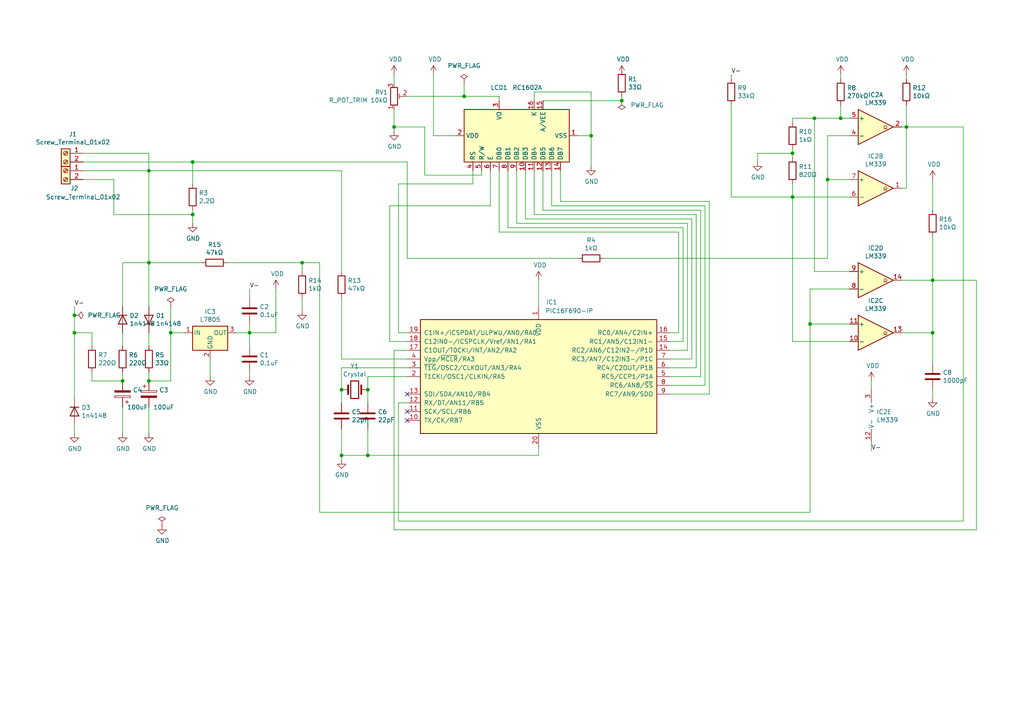
<source format=kicad_sch>
(kicad_sch (version 20211123) (generator eeschema)
  (paper "A4")
  (title_block (title "RailcomDisplay") (date "2020-11-22"))
  (lib_symbols
    (symbol "0-LocalLibrary:C" (pin_numbers hide) (pin_names (offset 0.254))
      (property "Reference" "C" (at 0.635 2.54 0))
      (property "Value" "C" (at 0.635 -2.54 0))
      (symbol "C_0_1"
        (polyline (pts (xy -2.032 -0.762) (xy 2.032 -0.762)) (stroke (width 0.508)))
        (polyline (pts (xy -2.032 0.762) (xy 2.032 0.762)) (stroke (width 0.508)))
      )
      (symbol "C_1_1"
        (pin passive line (at 0 3.81 270) (length 2.794) (name "~") (number "1"))
        (pin passive line (at 0 -3.81 90) (length 2.794) (name "~") (number "2"))
      )
    )
    (symbol "0-LocalLibrary:C_Polarized" (pin_numbers hide) (pin_names (offset 0.254))
      (property "Reference" "C" (at 0.635 2.54 0))
      (property "Value" "C_Polarized" (at 0.635 -2.54 0))
      (symbol "C_Polarized_0_1"
        (rectangle (start -2.286 0.508) (end 2.286 1.016))
        (polyline (pts (xy -1.778 2.286) (xy -0.762 2.286)))
        (polyline (pts (xy -1.27 2.794) (xy -1.27 1.778)))
        (rectangle (start 2.286 -0.508) (end -2.286 -1.016) (fill (type outline)))
      )
      (symbol "C_Polarized_1_1"
        (pin passive line (at 0 3.81 270) (length 2.794) (name "~") (number "1"))
        (pin passive line (at 0 -3.81 90) (length 2.794) (name "~") (number "2"))
      )
    )
    (symbol "0-LocalLibrary:Crystal" (pin_numbers hide) (pin_names (offset 1.016) hide)
      (property "Reference" "Y" (at 0 3.81 0))
      (property "Value" "Crystal" (at 0 -3.81 0))
      (symbol "Crystal_0_1"
        (rectangle (start -1.143 2.54) (end 1.143 -2.54) (stroke (width 0.3048)))
        (polyline (pts (xy -2.54 0) (xy -1.905 0)))
        (polyline (pts (xy -1.905 -1.27) (xy -1.905 1.27)) (stroke (width 0.508)))
        (polyline (pts (xy 1.905 -1.27) (xy 1.905 1.27)) (stroke (width 0.508)))
        (polyline (pts (xy 2.54 0) (xy 1.905 0)))
      )
      (symbol "Crystal_1_1"
        (pin passive line (at -3.81 0 0) (length 1.27) (name "1") (number "1"))
        (pin passive line (at 3.81 0 180) (length 1.27) (name "2") (number "2"))
      )
    )
    (symbol "0-LocalLibrary:D" (pin_numbers hide) (pin_names (offset 1.016) hide)
      (property "Reference" "D" (at 0 2.54 0))
      (property "Value" "D" (at 0 -2.54 0))
      (symbol "D_0_1"
        (polyline (pts (xy -1.27 1.27) (xy -1.27 -1.27)) (stroke (width 0.254)))
        (polyline (pts (xy 1.27 0) (xy -1.27 0)))
        (polyline (pts (xy 1.27 1.27) (xy 1.27 -1.27) (xy -1.27 0) (xy 1.27 1.27)) (stroke (width 0.254)))
      )
      (symbol "D_1_1"
        (pin passive line (at -3.81 0 0) (length 2.54) (name "K") (number "1"))
        (pin passive line (at 3.81 0 180) (length 2.54) (name "A") (number "2"))
      )
    )
    (symbol "0-LocalLibrary:GND" (power) (pin_names (offset 0))
      (property "Value" "GND" (at 0 -3.81 0))
      (symbol "GND_0_1"
        (polyline (pts (xy 0 0) (xy 0 -1.27) (xy 1.27 -1.27) (xy 0 -2.54) (xy -1.27 -1.27) (xy 0 -1.27)))
      )
      (symbol "GND_1_1"
        (pin power_in line (at 0 0 270) (length 0) hide (name "GND") (number "1"))
      )
    )
    (symbol "0-LocalLibrary:L7805" (pin_names (offset 0.254))
      (property "Reference" "U" (at -3.81 3.175 0))
      (property "Value" "L7805" (at 0 3.175 0))
      (symbol "L7805_0_1"
        (rectangle (start -5.08 1.905) (end 5.08 -5.08) (stroke (width 0.254)) (fill (type background)))
      )
      (symbol "L7805_1_1"
        (pin power_in line (at -7.62 0 0) (length 2.54) (name "IN") (number "1"))
        (pin power_in line (at 0 -7.62 90) (length 2.54) (name "GND") (number "2"))
        (pin power_out line (at 7.62 0 180) (length 2.54) (name "OUT") (number "3"))
      )
    )
    (symbol "0-LocalLibrary:LM339" (pin_names (offset 0.127))
      (property "Reference" "U" (at 0 5.08 0))
      (property "Value" "LM339" (at 0 -5.08 0))
      (symbol "LM339_1_1"
        (polyline (pts (xy -5.08 5.08) (xy 5.08 0) (xy -5.08 -5.08) (xy -5.08 5.08)) (stroke (width 0.254)) (fill (type background)))
        (polyline (pts (xy 3.302 -0.508) (xy 2.794 -0.508) (xy 3.302 0) (xy 2.794 0.508) (xy 2.286 0) (xy 2.794 -0.508) (xy 2.286 -0.508)) (stroke (width 0.127)))
        (pin open_collector line (at 7.62 0 180) (length 2.54) (name "~") (number "2"))
        (pin input line (at -7.62 -2.54 0) (length 2.54) (name "-") (number "4"))
        (pin input line (at -7.62 2.54 0) (length 2.54) (name "+") (number "5"))
      )
      (symbol "LM339_2_1"
        (polyline (pts (xy -5.08 5.08) (xy 5.08 0) (xy -5.08 -5.08) (xy -5.08 5.08)) (stroke (width 0.254)) (fill (type background)))
        (polyline (pts (xy 3.302 -0.508) (xy 2.794 -0.508) (xy 3.302 0) (xy 2.794 0.508) (xy 2.286 0) (xy 2.794 -0.508) (xy 2.286 -0.508)) (stroke (width 0.127)))
        (pin open_collector line (at 7.62 0 180) (length 2.54) (name "~") (number "1"))
        (pin input line (at -7.62 -2.54 0) (length 2.54) (name "-") (number "6"))
        (pin input line (at -7.62 2.54 0) (length 2.54) (name "+") (number "7"))
      )
      (symbol "LM339_3_1"
        (polyline (pts (xy -5.08 5.08) (xy 5.08 0) (xy -5.08 -5.08) (xy -5.08 5.08)) (stroke (width 0.254)) (fill (type background)))
        (polyline (pts (xy 3.302 -0.508) (xy 2.794 -0.508) (xy 3.302 0) (xy 2.794 0.508) (xy 2.286 0) (xy 2.794 -0.508) (xy 2.286 -0.508)) (stroke (width 0.127)))
        (pin input line (at -7.62 -2.54 0) (length 2.54) (name "-") (number "10"))
        (pin input line (at -7.62 2.54 0) (length 2.54) (name "+") (number "11"))
        (pin open_collector line (at 7.62 0 180) (length 2.54) (name "~") (number "13"))
      )
      (symbol "LM339_4_1"
        (polyline (pts (xy -5.08 5.08) (xy 5.08 0) (xy -5.08 -5.08) (xy -5.08 5.08)) (stroke (width 0.254)) (fill (type background)))
        (polyline (pts (xy 3.302 -0.508) (xy 2.794 -0.508) (xy 3.302 0) (xy 2.794 0.508) (xy 2.286 0) (xy 2.794 -0.508) (xy 2.286 -0.508)) (stroke (width 0.127)))
        (pin open_collector line (at 7.62 0 180) (length 2.54) (name "~") (number "14"))
        (pin input line (at -7.62 -2.54 0) (length 2.54) (name "-") (number "8"))
        (pin input line (at -7.62 2.54 0) (length 2.54) (name "+") (number "9"))
      )
      (symbol "LM339_5_1"
        (pin power_in line (at -2.54 -7.62 90) (length 3.81) (name "V-") (number "12"))
        (pin power_in line (at -2.54 7.62 270) (length 3.81) (name "V+") (number "3"))
      )
    )
    (symbol "0-LocalLibrary:PIC16F690-IP" (pin_names (offset 1.016))
      (property "Reference" "U" (at 19.05 20.32 0))
      (property "Value" "PIC16F690-IP" (at 19.05 17.78 0))
      (symbol "PIC16F690-IP_0_1"
        (rectangle (start -34.29 16.51) (end 34.29 -16.51) (stroke (width 0.254)) (fill (type background)))
      )
      (symbol "PIC16F690-IP_1_1"
        (pin power_in line (at 0 20.32 270) (length 3.81) (name "VDD") (number "1"))
        (pin bidirectional line (at 38.1 -12.7 180) (length 3.81) (name "TX/CK/RB7") (number "10"))
        (pin bidirectional line (at 38.1 -10.16 180) (length 3.81) (name "SCK/SCL/RB6") (number "11"))
        (pin bidirectional line (at 38.1 -7.62 180) (length 3.81) (name "RX/DT/AN11/RB5") (number "12"))
        (pin bidirectional line (at 38.1 -5.08 180) (length 3.81) (name "SDI/SDA/AN10/RB4") (number "13"))
        (pin bidirectional line (at -38.1 7.62 0) (length 3.81) (name "RC2/AN6/C12IN2-/P1D") (number "14"))
        (pin bidirectional line (at -38.1 10.16 0) (length 3.81) (name "RC1/AN5/C12IN1-") (number "15"))
        (pin bidirectional line (at -38.1 12.7 0) (length 3.81) (name "RC0/AN4/C2IN+") (number "16"))
        (pin bidirectional line (at 38.1 7.62 180) (length 3.81) (name "C1OUT/T0CKI/INT/AN2/RA2") (number "17"))
        (pin bidirectional line (at 38.1 10.16 180) (length 3.81) (name "C12IN0-/ICSPCLK/Vref/AN1/RA1") (number "18"))
        (pin bidirectional line (at 38.1 12.7 180) (length 3.81) (name "C1IN+/ICSPDAT/ULPWU/AN0/RA0") (number "19"))
        (pin bidirectional line (at 38.1 0 180) (length 3.81) (name "T1CKI/OSC1/CLKIN/RA5") (number "2"))
        (pin power_in line (at 0 -20.32 90) (length 3.81) (name "VSS") (number "20"))
        (pin bidirectional line (at 38.1 2.54 180) (length 3.81) (name "~{T1G}/OSC2/CLKOUT/AN3/RA4") (number "3"))
        (pin input line (at 38.1 5.08 180) (length 3.81) (name "Vpp/~{MCLR}/RA3") (number "4"))
        (pin bidirectional line (at -38.1 0 0) (length 3.81) (name "RC5/CCP1/P1A") (number "5"))
        (pin bidirectional line (at -38.1 2.54 0) (length 3.81) (name "RC4/C2OUT/P1B") (number "6"))
        (pin bidirectional line (at -38.1 5.08 0) (length 3.81) (name "RC3/AN7/C12IN3-/P1C") (number "7"))
        (pin bidirectional line (at -38.1 -2.54 0) (length 3.81) (name "RC6/AN8/~{SS}") (number "8"))
        (pin bidirectional line (at -38.1 -5.08 0) (length 3.81) (name "RC7/AN9/SDO") (number "9"))
      )
    )
    (symbol "0-LocalLibrary:PWR_FLAG" (power) (pin_numbers hide) (pin_names (offset 0) hide)
      (property "Value" "PWR_FLAG" (at 0 3.81 0))
      (symbol "PWR_FLAG_0_0"
        (pin power_out line (at 0 0 90) (length 0) (name "pwr") (number "1"))
      )
      (symbol "PWR_FLAG_0_1"
        (polyline (pts (xy 0 0) (xy 0 1.27) (xy -1.016 1.905) (xy 0 2.54) (xy 1.016 1.905) (xy 0 1.27)))
      )
    )
    (symbol "0-LocalLibrary:R" (pin_numbers hide) (pin_names (offset 0))
      (property "Reference" "R" (at 2.032 0 90))
      (property "Value" "R" (at 0 0 90))
      (symbol "R_0_1"
        (rectangle (start -1.016 -2.54) (end 1.016 2.54) (stroke (width 0.254)))
      )
      (symbol "R_1_1"
        (pin passive line (at 0 3.81 270) (length 1.27) (name "~") (number "1"))
        (pin passive line (at 0 -3.81 90) (length 1.27) (name "~") (number "2"))
      )
    )
    (symbol "0-LocalLibrary:RC1602A"
      (property "Reference" "U" (at -6.35 16.51 0))
      (property "Value" "RC1602A" (at 2.794 16.51 0))
      (symbol "RC1602A_0_1"
        (rectangle (start -7.62 15.24) (end 7.62 -15.24) (stroke (width 0.254)) (fill (type background)))
      )
      (symbol "RC1602A_1_1"
        (pin power_in line (at 0 -17.78 90) (length 2.54) (name "VSS") (number "1"))
        (pin bidirectional line (at -10.16 -2.54 0) (length 2.54) (name "DB3") (number "10"))
        (pin bidirectional line (at -10.16 -5.08 0) (length 2.54) (name "DB4") (number "11"))
        (pin bidirectional line (at -10.16 -7.62 0) (length 2.54) (name "DB5") (number "12"))
        (pin bidirectional line (at -10.16 -10.16 0) (length 2.54) (name "DB6") (number "13"))
        (pin bidirectional line (at -10.16 -12.7 0) (length 2.54) (name "DB7") (number "14"))
        (pin power_in line (at 10.16 -7.62 180) (length 2.54) (name "A/VEE") (number "15"))
        (pin power_in line (at 10.16 -5.08 180) (length 2.54) (name "K") (number "16"))
        (pin power_in line (at 0 17.78 270) (length 2.54) (name "VDD") (number "2"))
        (pin power_in line (at 10.16 5.08 180) (length 2.54) (name "VO") (number "3"))
        (pin input line (at -10.16 12.7 0) (length 2.54) (name "RS") (number "4"))
        (pin input line (at -10.16 10.16 0) (length 2.54) (name "R/W") (number "5"))
        (pin input line (at -10.16 7.62 0) (length 2.54) (name "E") (number "6"))
        (pin bidirectional line (at -10.16 5.08 0) (length 2.54) (name "DB0") (number "7"))
        (pin bidirectional line (at -10.16 2.54 0) (length 2.54) (name "DB1") (number "8"))
        (pin bidirectional line (at -10.16 0 0) (length 2.54) (name "DB2") (number "9"))
      )
    )
    (symbol "0-LocalLibrary:R_Potentiometer_Trim" (pin_names (offset 1.016) hide)
      (property "Reference" "RV" (at -4.445 0 90))
      (property "Value" "R_Potentiometer_Trim" (at -2.54 0 90))
      (symbol "R_Potentiometer_Trim_0_1"
        (polyline (pts (xy 1.524 0.762) (xy 1.524 -0.762)))
        (polyline (pts (xy 2.54 0) (xy 1.524 0)))
        (rectangle (start 1.016 2.54) (end -1.016 -2.54) (stroke (width 0.254)))
      )
      (symbol "R_Potentiometer_Trim_1_1"
        (pin passive line (at 0 3.81 270) (length 1.27) (name "1") (number "1"))
        (pin passive line (at 3.81 0 180) (length 1.27) (name "2") (number "2"))
        (pin passive line (at 0 -3.81 90) (length 1.27) (name "3") (number "3"))
      )
    )
    (symbol "0-LocalLibrary:Screw_Terminal_01x02" (pin_names (offset 1.016) hide)
      (property "Reference" "J" (at 0 2.54 0))
      (property "Value" "Screw_Terminal_01x02" (at 0 -5.08 0))
      (symbol "Screw_Terminal_01x02_1_1"
        (rectangle (start -1.27 1.27) (end 1.27 -3.81) (stroke (width 0.254)) (fill (type background)))
        (circle (center 0 -2.54) (radius 0.635) (stroke (width 0.1524)))
        (polyline (pts (xy -0.5334 -2.2098) (xy 0.3302 -3.048)) (stroke (width 0.1524)))
        (polyline (pts (xy -0.5334 0.3302) (xy 0.3302 -0.508)) (stroke (width 0.1524)))
        (polyline (pts (xy -0.3556 -2.032) (xy 0.508 -2.8702)) (stroke (width 0.1524)))
        (polyline (pts (xy -0.3556 0.508) (xy 0.508 -0.3302)) (stroke (width 0.1524)))
        (circle (center 0 0) (radius 0.635) (stroke (width 0.1524)))
        (pin passive line (at -5.08 0 0) (length 3.81) (name "Pin_1") (number "1"))
        (pin passive line (at -5.08 -2.54 0) (length 3.81) (name "Pin_2") (number "2"))
      )
    )
    (symbol "0-LocalLibrary:VDD" (power) (pin_names (offset 0))
      (property "Value" "VDD" (at 0 3.81 0))
      (symbol "VDD_0_1"
        (polyline (pts (xy -0.762 1.27) (xy 0 2.54)))
        (polyline (pts (xy 0 0) (xy 0 2.54)))
        (polyline (pts (xy 0 2.54) (xy 0.762 1.27)))
      )
      (symbol "VDD_1_1"
        (pin power_in line (at 0 0 90) (length 0) hide (name "VDD") (number "1"))
      )
    )
    (symbol "Comparator:LM339" (pin_names (offset 0.127))
      (property "Reference" "U" (at 0 5.08 0))
      (property "Value" "LM339" (at 0 -5.08 0))
      (symbol "LM339_1_1"
        (polyline (pts (xy -5.08 5.08) (xy 5.08 0) (xy -5.08 -5.08) (xy -5.08 5.08)) (stroke (width 0.254)) (fill (type background)))
        (polyline (pts (xy 3.302 -0.508) (xy 2.794 -0.508) (xy 3.302 0) (xy 2.794 0.508) (xy 2.286 0) (xy 2.794 -0.508) (xy 2.286 -0.508)) (stroke (width 0.127)))
        (pin open_collector line (at 7.62 0 180) (length 2.54) (name "~") (number "2"))
        (pin input line (at -7.62 -2.54 0) (length 2.54) (name "-") (number "4"))
        (pin input line (at -7.62 2.54 0) (length 2.54) (name "+") (number "5"))
      )
      (symbol "LM339_2_1"
        (polyline (pts (xy -5.08 5.08) (xy 5.08 0) (xy -5.08 -5.08) (xy -5.08 5.08)) (stroke (width 0.254)) (fill (type background)))
        (polyline (pts (xy 3.302 -0.508) (xy 2.794 -0.508) (xy 3.302 0) (xy 2.794 0.508) (xy 2.286 0) (xy 2.794 -0.508) (xy 2.286 -0.508)) (stroke (width 0.127)))
        (pin open_collector line (at 7.62 0 180) (length 2.54) (name "~") (number "1"))
        (pin input line (at -7.62 -2.54 0) (length 2.54) (name "-") (number "6"))
        (pin input line (at -7.62 2.54 0) (length 2.54) (name "+") (number "7"))
      )
      (symbol "LM339_3_1"
        (polyline (pts (xy -5.08 5.08) (xy 5.08 0) (xy -5.08 -5.08) (xy -5.08 5.08)) (stroke (width 0.254)) (fill (type background)))
        (polyline (pts (xy 3.302 -0.508) (xy 2.794 -0.508) (xy 3.302 0) (xy 2.794 0.508) (xy 2.286 0) (xy 2.794 -0.508) (xy 2.286 -0.508)) (stroke (width 0.127)))
        (pin input line (at -7.62 -2.54 0) (length 2.54) (name "-") (number "10"))
        (pin input line (at -7.62 2.54 0) (length 2.54) (name "+") (number "11"))
        (pin open_collector line (at 7.62 0 180) (length 2.54) (name "~") (number "13"))
      )
      (symbol "LM339_4_1"
        (polyline (pts (xy -5.08 5.08) (xy 5.08 0) (xy -5.08 -5.08) (xy -5.08 5.08)) (stroke (width 0.254)) (fill (type background)))
        (polyline (pts (xy 3.302 -0.508) (xy 2.794 -0.508) (xy 3.302 0) (xy 2.794 0.508) (xy 2.286 0) (xy 2.794 -0.508) (xy 2.286 -0.508)) (stroke (width 0.127)))
        (pin open_collector line (at 7.62 0 180) (length 2.54) (name "~") (number "14"))
        (pin input line (at -7.62 -2.54 0) (length 2.54) (name "-") (number "8"))
        (pin input line (at -7.62 2.54 0) (length 2.54) (name "+") (number "9"))
      )
      (symbol "LM339_5_1"
        (pin power_in line (at -2.54 -7.62 90) (length 3.81) (name "V-") (number "12"))
        (pin power_in line (at -2.54 7.62 270) (length 3.81) (name "V+") (number "3"))
      )
    )
  )
  (junction (at 229.87 44.45))
  (junction (at 114.3 36.83))
  (junction (at 171.45 39.37))
  (junction (at 43.18 110.49))
  (junction (at 87.63 76.2))
  (junction (at 49.53 96.52))
  (junction (at 99.06 113.03))
  (junction (at 21.59 91.44))
  (junction (at 43.18 76.2))
  (junction (at 229.87 57.15))
  (junction (at 270.51 96.52))
  (junction (at 240.03 52.07))
  (junction (at 55.88 46.99))
  (junction (at 35.56 110.49))
  (junction (at 234.95 93.98))
  (junction (at 180.34 29.21))
  (junction (at 270.51 81.28))
  (junction (at 236.22 34.29))
  (junction (at 134.62 27.94))
  (junction (at 72.39 96.52))
  (junction (at 99.06 132.08))
  (junction (at 262.89 36.83))
  (junction (at 243.84 34.29))
  (junction (at 43.18 49.53))
  (junction (at 55.88 62.23))
  (junction (at 106.68 132.08))
  (junction (at 21.59 96.52))
  (junction (at 106.68 113.03))
  (no_connect (at 118.11 121.92))
  (no_connect (at 118.11 119.38))
  (no_connect (at 118.11 114.3))
  (wire (pts (xy 123.19 50.8) (xy 139.7 50.8)))
  (wire (pts (xy 144.78 67.31) (xy 144.78 49.53)))
  (wire (pts (xy 114.3 36.83) (xy 114.3 31.75)))
  (wire (pts (xy 43.18 76.2) (xy 43.18 88.9)))
  (wire (pts (xy 194.31 99.06) (xy 198.12 99.06)))
  (wire (pts (xy 35.56 76.2) (xy 43.18 76.2)))
  (wire (pts (xy 236.22 34.29) (xy 243.84 34.29)))
  (wire (pts (xy 87.63 76.2) (xy 92.71 76.2)))
  (wire (pts (xy 279.4 151.13) (xy 279.4 36.83)))
  (wire (pts (xy 156.21 81.28) (xy 156.21 88.9)))
  (wire (pts (xy 60.96 104.14) (xy 60.96 109.22)))
  (wire (pts (xy 24.13 46.99) (xy 55.88 46.99)))
  (wire (pts (xy 118.11 96.52) (xy 115.57 96.52)))
  (wire (pts (xy 154.94 62.23) (xy 154.94 49.53)))
  (wire (pts (xy 43.18 118.11) (xy 43.18 125.73)))
  (wire (pts (xy 114.3 153.67) (xy 114.3 101.6)))
  (wire (pts (xy 203.2 109.22) (xy 194.31 109.22)))
  (wire (pts (xy 114.3 101.6) (xy 118.11 101.6)))
  (wire (pts (xy 99.06 132.08) (xy 99.06 133.35)))
  (wire (pts (xy 261.62 96.52) (xy 270.51 96.52)))
  (wire (pts (xy 229.87 44.45) (xy 229.87 45.72)))
  (wire (pts (xy 199.39 64.77) (xy 149.86 64.77)))
  (wire (pts (xy 175.26 74.93) (xy 240.03 74.93)))
  (wire (pts (xy 171.45 26.67) (xy 171.45 39.37)))
  (wire (pts (xy 118.11 99.06) (xy 113.03 99.06)))
  (wire (pts (xy 204.47 111.76) (xy 204.47 59.69)))
  (wire (pts (xy 219.71 46.99) (xy 219.71 44.45)))
  (wire (pts (xy 229.87 43.18) (xy 229.87 44.45)))
  (wire (pts (xy 43.18 107.95) (xy 43.18 110.49)))
  (wire (pts (xy 115.57 53.34) (xy 137.16 53.34)))
  (wire (pts (xy 99.06 86.36) (xy 99.06 104.14)))
  (wire (pts (xy 201.93 106.68) (xy 201.93 62.23)))
  (wire (pts (xy 144.78 27.94) (xy 144.78 29.21)))
  (wire (pts (xy 21.59 96.52) (xy 26.67 96.52)))
  (wire (pts (xy 157.48 49.53) (xy 157.48 60.96)))
  (wire (pts (xy 236.22 34.29) (xy 236.22 78.74)))
  (wire (pts (xy 115.57 151.13) (xy 279.4 151.13)))
  (wire (pts (xy 246.38 93.98) (xy 234.95 93.98)))
  (wire (pts (xy 106.68 132.08) (xy 156.21 132.08)))
  (wire (pts (xy 49.53 110.49) (xy 43.18 110.49)))
  (wire (pts (xy 154.94 26.67) (xy 171.45 26.67)))
  (wire (pts (xy 229.87 53.34) (xy 229.87 57.15)))
  (wire (pts (xy 134.62 27.94) (xy 144.78 27.94)))
  (wire (pts (xy 194.31 101.6) (xy 199.39 101.6)))
  (wire (pts (xy 43.18 76.2) (xy 58.42 76.2)))
  (wire (pts (xy 283.21 153.67) (xy 114.3 153.67)))
  (wire (pts (xy 199.39 101.6) (xy 199.39 64.77)))
  (wire (pts (xy 123.19 36.83) (xy 123.19 50.8)))
  (wire (pts (xy 198.12 99.06) (xy 198.12 66.04)))
  (wire (pts (xy 219.71 44.45) (xy 229.87 44.45)))
  (wire (pts (xy 80.01 83.82) (xy 80.01 96.52)))
  (wire (pts (xy 205.74 58.42) (xy 205.74 114.3)))
  (wire (pts (xy 246.38 57.15) (xy 229.87 57.15)))
  (wire (pts (xy 212.09 21.59) (xy 212.09 22.86)))
  (wire (pts (xy 171.45 48.26) (xy 171.45 39.37)))
  (wire (pts (xy 279.4 36.83) (xy 262.89 36.83)))
  (wire (pts (xy 234.95 93.98) (xy 234.95 83.82)))
  (wire (pts (xy 212.09 57.15) (xy 212.09 30.48)))
  (wire (pts (xy 72.39 96.52) (xy 68.58 96.52)))
  (wire (pts (xy 113.03 59.69) (xy 142.24 59.69)))
  (wire (pts (xy 180.34 21.59) (xy 180.34 20.32)))
  (wire (pts (xy 236.22 78.74) (xy 246.38 78.74)))
  (wire (pts (xy 246.38 52.07) (xy 240.03 52.07)))
  (wire (pts (xy 87.63 86.36) (xy 87.63 90.17)))
  (wire (pts (xy 35.56 96.52) (xy 35.56 100.33)))
  (wire (pts (xy 92.71 76.2) (xy 92.71 148.59)))
  (wire (pts (xy 21.59 115.57) (xy 21.59 96.52)))
  (wire (pts (xy 106.68 124.46) (xy 106.68 132.08)))
  (wire (pts (xy 35.56 76.2) (xy 35.56 88.9)))
  (wire (pts (xy 55.88 60.96) (xy 55.88 62.23)))
  (wire (pts (xy 43.18 49.53) (xy 43.18 44.45)))
  (wire (pts (xy 252.73 110.49) (xy 252.73 113.03)))
  (wire (pts (xy 35.56 107.95) (xy 35.56 110.49)))
  (wire (pts (xy 149.86 64.77) (xy 149.86 49.53)))
  (wire (pts (xy 196.85 67.31) (xy 144.78 67.31)))
  (wire (pts (xy 262.89 36.83) (xy 262.89 54.61)))
  (wire (pts (xy 87.63 76.2) (xy 87.63 78.74)))
  (wire (pts (xy 99.06 124.46) (xy 99.06 132.08)))
  (wire (pts (xy 270.51 52.07) (xy 270.51 60.96)))
  (wire (pts (xy 229.87 57.15) (xy 229.87 99.06)))
  (wire (pts (xy 194.31 111.76) (xy 204.47 111.76)))
  (wire (pts (xy 66.04 76.2) (xy 87.63 76.2)))
  (wire (pts (xy 72.39 93.98) (xy 72.39 96.52)))
  (wire (pts (xy 118.11 74.93) (xy 167.64 74.93)))
  (wire (pts (xy 270.51 68.58) (xy 270.51 81.28)))
  (wire (pts (xy 24.13 52.07) (xy 33.02 52.07)))
  (wire (pts (xy 118.11 116.84) (xy 115.57 116.84)))
  (wire (pts (xy 203.2 60.96) (xy 203.2 109.22)))
  (wire (pts (xy 229.87 57.15) (xy 212.09 57.15)))
  (wire (pts (xy 115.57 96.52) (xy 115.57 53.34)))
  (wire (pts (xy 152.4 63.5) (xy 200.66 63.5)))
  (wire (pts (xy 194.31 96.52) (xy 196.85 96.52)))
  (wire (pts (xy 234.95 148.59) (xy 234.95 93.98)))
  (wire (pts (xy 118.11 46.99) (xy 118.11 74.93)))
  (wire (pts (xy 204.47 59.69) (xy 160.02 59.69)))
  (wire (pts (xy 157.48 60.96) (xy 203.2 60.96)))
  (wire (pts (xy 270.51 81.28) (xy 270.51 96.52)))
  (wire (pts (xy 262.89 21.59) (xy 262.89 22.86)))
  (wire (pts (xy 49.53 96.52) (xy 49.53 110.49)))
  (wire (pts (xy 114.3 38.1) (xy 114.3 36.83)))
  (wire (pts (xy 270.51 113.03) (xy 270.51 115.57)))
  (wire (pts (xy 205.74 114.3) (xy 194.31 114.3)))
  (wire (pts (xy 200.66 104.14) (xy 194.31 104.14)))
  (wire (pts (xy 270.51 81.28) (xy 283.21 81.28)))
  (wire (pts (xy 118.11 106.68) (xy 99.06 106.68)))
  (wire (pts (xy 270.51 96.52) (xy 270.51 105.41)))
  (wire (pts (xy 229.87 99.06) (xy 246.38 99.06)))
  (wire (pts (xy 72.39 96.52) (xy 72.39 100.33)))
  (wire (pts (xy 21.59 88.9) (xy 21.59 91.44)))
  (wire (pts (xy 125.73 39.37) (xy 132.08 39.37)))
  (wire (pts (xy 243.84 34.29) (xy 246.38 34.29)))
  (wire (pts (xy 72.39 96.52) (xy 80.01 96.52)))
  (wire (pts (xy 243.84 30.48) (xy 243.84 34.29)))
  (wire (pts (xy 198.12 66.04) (xy 147.32 66.04)))
  (wire (pts (xy 125.73 21.59) (xy 125.73 39.37)))
  (wire (pts (xy 26.67 96.52) (xy 26.67 100.33)))
  (wire (pts (xy 200.66 63.5) (xy 200.66 104.14)))
  (wire (pts (xy 152.4 49.53) (xy 152.4 63.5)))
  (wire (pts (xy 157.48 29.21) (xy 180.34 29.21)))
  (wire (pts (xy 43.18 49.53) (xy 99.06 49.53)))
  (wire (pts (xy 106.68 113.03) (xy 106.68 109.22)))
  (wire (pts (xy 92.71 148.59) (xy 234.95 148.59)))
  (wire (pts (xy 252.73 128.27) (xy 252.73 130.81)))
  (wire (pts (xy 240.03 52.07) (xy 240.03 74.93)))
  (wire (pts (xy 139.7 50.8) (xy 139.7 49.53)))
  (wire (pts (xy 43.18 96.52) (xy 43.18 100.33)))
  (wire (pts (xy 180.34 29.21) (xy 180.34 27.94)))
  (wire (pts (xy 115.57 116.84) (xy 115.57 151.13)))
  (wire (pts (xy 137.16 53.34) (xy 137.16 49.53)))
  (wire (pts (xy 33.02 52.07) (xy 33.02 62.23)))
  (wire (pts (xy 142.24 59.69) (xy 142.24 49.53)))
  (wire (pts (xy 194.31 106.68) (xy 201.93 106.68)))
  (wire (pts (xy 160.02 59.69) (xy 160.02 49.53)))
  (wire (pts (xy 113.03 99.06) (xy 113.03 59.69)))
  (wire (pts (xy 26.67 110.49) (xy 35.56 110.49)))
  (wire (pts (xy 106.68 116.84) (xy 106.68 113.03)))
  (wire (pts (xy 171.45 39.37) (xy 167.64 39.37)))
  (wire (pts (xy 99.06 78.74) (xy 99.06 49.53)))
  (wire (pts (xy 154.94 29.21) (xy 154.94 26.67)))
  (wire (pts (xy 240.03 39.37) (xy 246.38 39.37)))
  (wire (pts (xy 229.87 35.56) (xy 229.87 34.29)))
  (wire (pts (xy 201.93 62.23) (xy 154.94 62.23)))
  (wire (pts (xy 99.06 106.68) (xy 99.06 113.03)))
  (wire (pts (xy 55.88 62.23) (xy 55.88 64.77)))
  (wire (pts (xy 55.88 46.99) (xy 55.88 53.34)))
  (wire (pts (xy 262.89 54.61) (xy 261.62 54.61)))
  (wire (pts (xy 35.56 118.11) (xy 35.56 125.73)))
  (wire (pts (xy 114.3 21.59) (xy 114.3 24.13)))
  (wire (pts (xy 49.53 88.9) (xy 49.53 96.52)))
  (wire (pts (xy 99.06 113.03) (xy 99.06 116.84)))
  (wire (pts (xy 24.13 44.45) (xy 43.18 44.45)))
  (wire (pts (xy 156.21 132.08) (xy 156.21 129.54)))
  (wire (pts (xy 240.03 52.07) (xy 240.03 39.37)))
  (wire (pts (xy 196.85 96.52) (xy 196.85 67.31)))
  (wire (pts (xy 106.68 109.22) (xy 118.11 109.22)))
  (wire (pts (xy 99.06 104.14) (xy 118.11 104.14)))
  (wire (pts (xy 53.34 96.52) (xy 49.53 96.52)))
  (wire (pts (xy 234.95 83.82) (xy 246.38 83.82)))
  (wire (pts (xy 162.56 49.53) (xy 162.56 58.42)))
  (wire (pts (xy 21.59 123.19) (xy 21.59 125.73)))
  (wire (pts (xy 243.84 21.59) (xy 243.84 22.86)))
  (wire (pts (xy 283.21 81.28) (xy 283.21 153.67)))
  (wire (pts (xy 24.13 49.53) (xy 43.18 49.53)))
  (wire (pts (xy 147.32 66.04) (xy 147.32 49.53)))
  (wire (pts (xy 26.67 107.95) (xy 26.67 110.49)))
  (wire (pts (xy 21.59 91.44) (xy 21.59 96.52)))
  (wire (pts (xy 162.56 58.42) (xy 205.74 58.42)))
  (wire (pts (xy 261.62 81.28) (xy 270.51 81.28)))
  (wire (pts (xy 55.88 46.99) (xy 118.11 46.99)))
  (wire (pts (xy 99.06 132.08) (xy 106.68 132.08)))
  (wire (pts (xy 118.11 27.94) (xy 134.62 27.94)))
  (wire (pts (xy 33.02 62.23) (xy 55.88 62.23)))
  (wire (pts (xy 262.89 30.48) (xy 262.89 36.83)))
  (wire (pts (xy 72.39 83.82) (xy 72.39 86.36)))
  (wire (pts (xy 43.18 49.53) (xy 43.18 76.2)))
  (wire (pts (xy 72.39 107.95) (xy 72.39 109.22)))
  (wire (pts (xy 261.62 36.83) (xy 262.89 36.83)))
  (wire (pts (xy 114.3 36.83) (xy 123.19 36.83)))
  (wire (pts (xy 134.62 24.13) (xy 134.62 27.94)))
  (wire (pts (xy 229.87 34.29) (xy 236.22 34.29)))
  (label "V-" (at 252.73 130.81 0))
  (label "V-" (at 72.39 83.82 0))
  (label "V-" (at 21.59 88.9 0))
  (label "V-" (at 212.09 21.59 0))
  (symbol (lib_id "0-LocalLibrary:PIC16F690-IP") (at 156.21 109.22 0) (mirror y) (unit 1)
    (property "Reference" "IC1" (at 160.02 87.63 0))
    (property "Value" "PIC16F690-IP" (at 165.1 90.17 0))
    (property "Footprint" "0-LocalLibrary:DIP-20_W7.62mm_Socket" (effects hide))
    (property "Datasheet" "http://ww1.microchip.com/downloads/en/DeviceDoc/41262E.pdf" (effects hide))
    (property "Procurment" "AkizukiDenshi-Order-Code: I-02105" (effects hide))
    (property "Description" "PIC16F690 & IC socket" (effects hide))
  )
  (symbol (lib_id "0-LocalLibrary:RC1602A") (at 149.86 39.37 90) (unit 1)
    (property "Reference" "LCD1" (at 142.24 25.4 90) (effects (justify right)))
    (property "Value" "RC1602A" (at 148.59 25.4 90) (effects (justify right)))
    (property "Footprint" "0-LocalLibrary:WC1602A" (effects hide))
    (property "Datasheet" "http://www.raystar-optronics.com/down.php?ProID=18" (effects hide))
    (property "Description" "LCD1602A" (effects hide))
  )
  (symbol (lib_id "0-LocalLibrary:D") (at 43.18 92.71 90) (unit 1)
    (property "Reference" "D1" (at 45.1866 91.5416 90) (effects (justify right)))
    (property "Value" "1n4148" (at 45.1866 93.853 90) (effects (justify right)))
    (property "Footprint" "0-LocalLibrary:D_DO-35_SOD27_P7.62mm_Horizontal" (effects hide))
    (property "Procurment" "AkizukiDenshi-Order-Code: I-00941" (effects hide))
    (property "Description" "Diode 1N4148" (effects hide))
  )
  (symbol (lib_id "0-LocalLibrary:R") (at 43.18 104.14 0) (unit 1)
    (property "Reference" "R5" (at 44.958 102.9716 0) (effects (justify left)))
    (property "Value" "33Ω" (at 44.958 105.283 0) (effects (justify left)))
    (property "Footprint" "0-LocalLibrary:R_Axial_DIN0207_L6.3mm_D2.5mm_P7.62mm_Horizontal" (effects hide))
  )
  (symbol (lib_id "0-LocalLibrary:C_Polarized") (at 43.18 114.3 0) (unit 1)
    (property "Reference" "C3" (at 46.1772 113.1316 0) (effects (justify left)))
    (property "Value" "100uF" (at 44.45 118.11 0) (effects (justify left)))
    (property "Footprint" "0-LocalLibrary:CP_Radial_D5.0mm_P2.00mm" (effects hide))
    (property "Procurment" "AkizukiDenshi-Order-Code: P-10271" (effects hide))
    (property "Description" "Electrolytic Capacitor" (effects hide))
  )
  (symbol (lib_id "0-LocalLibrary:GND") (at 43.18 125.73 0) (unit 1)
    (property "Reference" "#PWR04" (effects hide))
    (property "Value" "GND" (at 43.307 130.1242 0))
  )
  (symbol (lib_id "0-LocalLibrary:R") (at 55.88 57.15 0) (unit 1)
    (property "Reference" "R3" (at 57.658 55.9816 0) (effects (justify left)))
    (property "Value" "2.2Ω" (at 57.658 58.293 0) (effects (justify left)))
    (property "Footprint" "0-LocalLibrary:R_Axial_DIN0207_L6.3mm_D2.5mm_P7.62mm_Horizontal" (effects hide))
  )
  (symbol (lib_id "0-LocalLibrary:GND") (at 55.88 64.77 0) (unit 1)
    (property "Reference" "#PWR06" (effects hide))
    (property "Value" "GND" (at 56.007 69.1642 0))
  )
  (symbol (lib_id "0-LocalLibrary:L7805") (at 60.96 96.52 0) (unit 1)
    (property "Reference" "IC3" (at 60.96 90.3732 0))
    (property "Value" "L7805" (at 60.96 92.6846 0))
    (property "Footprint" "0-LocalLibrary:L7805_TO-220_Horizontal_TabUp" (effects hide))
    (property "Datasheet" "http://www.st.com/content/ccc/resource/technical/document/datasheet/41/4f/b3/b0/12/d4/47/88/CD00000444.pdf/files/CD00000444.pdf/jcr:content/translations/en.CD00000444.pdf" (effects hide))
    (property "Procurment" "AkizukiDenshi-Order-Code: I-07903" (effects hide))
    (property "Description" "Voltage regulator L7805CV; TO-220" (effects hide))
  )
  (symbol (lib_id "0-LocalLibrary:GND") (at 60.96 109.22 0) (unit 1)
    (property "Reference" "#PWR07" (effects hide))
    (property "Value" "GND" (at 61.087 113.6142 0))
  )
  (symbol (lib_id "0-LocalLibrary:C") (at 72.39 90.17 0) (unit 1)
    (property "Reference" "C2" (at 75.311 89.0016 0) (effects (justify left)))
    (property "Value" "0.1uF" (at 75.311 91.313 0) (effects (justify left)))
    (property "Footprint" "0-LocalLibrary:C_Disc_D3.0mm_W1.6mm_P2.50mm" (effects hide))
    (property "Procurment" "AkizukiDenshi-Order-Code: P-00090" (effects hide))
  )
  (symbol (lib_id "0-LocalLibrary:C") (at 72.39 104.14 0) (unit 1)
    (property "Reference" "C1" (at 75.311 102.9716 0) (effects (justify left)))
    (property "Value" "0.1uF" (at 75.311 105.283 0) (effects (justify left)))
    (property "Footprint" "0-LocalLibrary:C_Disc_D3.0mm_W1.6mm_P2.50mm" (effects hide))
    (property "Procurment" "AkizukiDenshi-Order-Code: P-00090" (effects hide))
  )
  (symbol (lib_id "0-LocalLibrary:GND") (at 72.39 109.22 0) (unit 1)
    (property "Reference" "#PWR08" (effects hide))
    (property "Value" "GND" (at 72.517 113.6142 0))
  )
  (symbol (lib_id "0-LocalLibrary:GND") (at 35.56 125.73 0) (unit 1)
    (property "Reference" "#PWR03" (effects hide))
    (property "Value" "GND" (at 35.687 130.1242 0))
  )
  (symbol (lib_id "0-LocalLibrary:C_Polarized") (at 35.56 114.3 180) (unit 1)
    (property "Reference" "C4" (at 38.5572 113.1316 0) (effects (justify right)))
    (property "Value" "100uF" (at 36.83 118.11 0) (effects (justify right)))
    (property "Footprint" "0-LocalLibrary:CP_Radial_D5.0mm_P2.00mm" (effects hide))
    (property "Procurment" "AkizukiDenshi-Order-Code: P-10271" (effects hide))
    (property "Description" "Electrolytic Capacitor" (effects hide))
  )
  (symbol (lib_id "0-LocalLibrary:R") (at 35.56 104.14 0) (unit 1)
    (property "Reference" "R6" (at 37.338 102.9716 0) (effects (justify left)))
    (property "Value" "220Ω" (at 37.338 105.283 0) (effects (justify left)))
    (property "Footprint" "0-LocalLibrary:R_Axial_DIN0207_L6.3mm_D2.5mm_P7.62mm_Horizontal" (effects hide))
  )
  (symbol (lib_id "0-LocalLibrary:R") (at 26.67 104.14 0) (unit 1)
    (property "Reference" "R7" (at 28.448 102.9716 0) (effects (justify left)))
    (property "Value" "220Ω" (at 28.448 105.283 0) (effects (justify left)))
    (property "Footprint" "0-LocalLibrary:R_Axial_DIN0207_L6.3mm_D2.5mm_P7.62mm_Horizontal" (effects hide))
  )
  (symbol (lib_id "0-LocalLibrary:GND") (at 21.59 125.73 0) (unit 1)
    (property "Reference" "#PWR01" (effects hide))
    (property "Value" "GND" (at 21.717 130.1242 0))
  )
  (symbol (lib_id "0-LocalLibrary:D") (at 35.56 92.71 270) (unit 1)
    (property "Reference" "D2" (at 37.5666 91.5416 90) (effects (justify left)))
    (property "Value" "1n4148" (at 37.5666 93.853 90) (effects (justify left)))
    (property "Footprint" "0-LocalLibrary:D_DO-35_SOD27_P7.62mm_Horizontal" (effects hide))
    (property "Procurment" "AkizukiDenshi-Order-Code: I-00941" (effects hide))
    (property "Description" "Diode 1N4148" (effects hide))
  )
  (symbol (lib_id "0-LocalLibrary:D") (at 21.59 119.38 270) (unit 1)
    (property "Reference" "D3" (at 23.5966 118.2116 90) (effects (justify left)))
    (property "Value" "1n4148" (at 23.5966 120.523 90) (effects (justify left)))
    (property "Footprint" "0-LocalLibrary:D_DO-35_SOD27_P7.62mm_Horizontal" (effects hide))
    (property "Procurment" "AkizukiDenshi-Order-Code: I-00941" (effects hide))
    (property "Description" "Diode 1N4148" (effects hide))
  )
  (symbol (lib_id "0-LocalLibrary:GND") (at 270.51 115.57 0) (unit 1)
    (property "Reference" "#PWR023" (effects hide))
    (property "Value" "GND" (at 270.637 119.9642 0))
  )
  (symbol (lib_id "0-LocalLibrary:C") (at 270.51 109.22 0) (unit 1)
    (property "Reference" "C8" (at 273.431 108.0516 0) (effects (justify left)))
    (property "Value" "1000pF" (at 273.431 110.363 0) (effects (justify left)))
    (property "Footprint" "0-LocalLibrary:C_Disc_D3.0mm_W1.6mm_P2.50mm" (effects hide))
    (property "Procurment" "AkizukiDenshi-Order-Code: P-04062" (effects hide))
  )
  (symbol (lib_id "0-LocalLibrary:R") (at 270.51 64.77 0) (unit 1)
    (property "Reference" "R16" (at 272.288 63.6016 0) (effects (justify left)))
    (property "Value" "10kΩ" (at 272.288 65.913 0) (effects (justify left)))
    (property "Footprint" "0-LocalLibrary:R_Axial_DIN0207_L6.3mm_D2.5mm_P7.62mm_Horizontal" (effects hide))
  )
  (symbol (lib_id "0-LocalLibrary:LM339") (at 254 36.83 0) (unit 1)
    (property "Reference" "IC2" (at 254 27.5082 0))
    (property "Value" "LM339" (at 254 29.8196 0))
    (property "Footprint" "0-LocalLibrary:DIP-14_W7.62mm_Socket" (effects hide))
    (property "Datasheet" "https://www.st.com/resource/en/datasheet/lm139.pdf" (effects hide))
    (property "Procurment" "AkizukiDenshi-Order-Code: I-00436" (effects hide))
    (property "Description" "Comparator LM339" (effects hide))
  )
  (symbol (lib_id "0-LocalLibrary:LM339") (at 254 54.61 0) (unit 2)
    (property "Reference" "IC2" (at 254 45.2882 0))
    (property "Value" "LM339" (at 254 47.5996 0))
    (property "Footprint" "0-LocalLibrary:DIP-14_W7.62mm_Socket" (effects hide))
    (property "Datasheet" "https://www.st.com/resource/en/datasheet/lm139.pdf" (effects hide))
    (property "Procurment" "AkizukiDenshi-Order-Code: I-00436" (effects hide))
    (property "Description" "Comparator LM339" (effects hide))
  )
  (symbol (lib_id "0-LocalLibrary:LM339") (at 254 96.52 0) (unit 3)
    (property "Reference" "IC2" (at 254 87.1982 0))
    (property "Value" "LM339" (at 254 89.5096 0))
    (property "Footprint" "0-LocalLibrary:DIP-14_W7.62mm_Socket" (effects hide))
    (property "Datasheet" "https://www.st.com/resource/en/datasheet/lm139.pdf" (effects hide))
    (property "Procurment" "AkizukiDenshi-Order-Code: I-00436" (effects hide))
    (property "Description" "Comparator LM339" (effects hide))
  )
  (symbol (lib_id "0-LocalLibrary:LM339") (at 254 81.28 0) (unit 4)
    (property "Reference" "IC2" (at 254 71.9582 0))
    (property "Value" "LM339" (at 254 74.2696 0))
    (property "Footprint" "0-LocalLibrary:DIP-14_W7.62mm_Socket" (effects hide))
    (property "Datasheet" "https://www.st.com/resource/en/datasheet/lm139.pdf" (effects hide))
    (property "Procurment" "AkizukiDenshi-Order-Code: I-00436" (effects hide))
    (property "Description" "Comparator LM339" (effects hide))
  )
  (symbol (lib_id "0-LocalLibrary:R") (at 262.89 26.67 0) (unit 1)
    (property "Reference" "R12" (at 264.668 25.5016 0) (effects (justify left)))
    (property "Value" "10kΩ" (at 264.668 27.813 0) (effects (justify left)))
    (property "Footprint" "0-LocalLibrary:R_Axial_DIN0207_L6.3mm_D2.5mm_P7.62mm_Horizontal" (effects hide))
  )
  (symbol (lib_id "0-LocalLibrary:R") (at 229.87 49.53 0) (unit 1)
    (property "Reference" "R11" (at 231.648 48.3616 0) (effects (justify left)))
    (property "Value" "820Ω" (at 231.648 50.673 0) (effects (justify left)))
    (property "Footprint" "0-LocalLibrary:R_Axial_DIN0207_L6.3mm_D2.5mm_P7.62mm_Horizontal" (effects hide))
  )
  (symbol (lib_id "0-LocalLibrary:R") (at 229.87 39.37 0) (unit 1)
    (property "Reference" "R10" (at 231.648 38.2016 0) (effects (justify left)))
    (property "Value" "1kΩ" (at 231.648 40.513 0) (effects (justify left)))
    (property "Footprint" "0-LocalLibrary:R_Axial_DIN0207_L6.3mm_D2.5mm_P7.62mm_Horizontal" (effects hide))
  )
  (symbol (lib_id "0-LocalLibrary:GND") (at 219.71 46.99 0) (unit 1)
    (property "Reference" "#PWR019" (effects hide))
    (property "Value" "GND" (at 219.837 51.3842 0))
  )
  (symbol (lib_id "0-LocalLibrary:R") (at 212.09 26.67 0) (unit 1)
    (property "Reference" "R9" (at 213.868 25.5016 0) (effects (justify left)))
    (property "Value" "33kΩ" (at 213.868 27.813 0) (effects (justify left)))
    (property "Footprint" "0-LocalLibrary:R_Axial_DIN0207_L6.3mm_D2.5mm_P7.62mm_Horizontal" (effects hide))
  )
  (symbol (lib_id "0-LocalLibrary:R") (at 243.84 26.67 0) (unit 1)
    (property "Reference" "R8" (at 245.618 25.5016 0) (effects (justify left)))
    (property "Value" "270kΩ" (at 245.618 27.813 0) (effects (justify left)))
    (property "Footprint" "0-LocalLibrary:R_Axial_DIN0207_L6.3mm_D2.5mm_P7.62mm_Horizontal" (effects hide))
  )
  (symbol (lib_id "0-LocalLibrary:Screw_Terminal_01x02") (at 19.05 44.45 0) (mirror y) (unit 1)
    (property "Reference" "J1" (at 21.1328 38.9382 0))
    (property "Value" "Screw_Terminal_01x02" (at 21.1328 41.2496 0))
    (property "Footprint" "0-LocalLibrary:PhoenixContact_MC_1,5_2-G-3.81_1x02_P3.81mm_Horizontal" (effects hide))
    (property "メーカー情報" "1803277" (effects hide))
    (property "Procurment" "Phoenix Contact PartNO 1803277" (effects hide))
    (property "Description" "Euro Block 2P" (effects hide))
  )
  (symbol (lib_id "0-LocalLibrary:Screw_Terminal_01x02") (at 19.05 49.53 0) (mirror y) (unit 1)
    (property "Reference" "J2" (at 21.59 54.61 0))
    (property "Value" "Screw_Terminal_01x02" (at 24.13 57.15 0))
    (property "Footprint" "0-LocalLibrary:PhoenixContact_MC_1,5_2-G-3.81_1x02_P3.81mm_Horizontal" (effects hide))
    (property "メーカー情報" "1803277" (effects hide))
    (property "Procurment" "Phoenix Contact PartNO 1803277" (effects hide))
    (property "Description" "Euro Block 2P" (effects hide))
  )
  (symbol (lib_id "0-LocalLibrary:VDD") (at 80.01 83.82 0) (unit 1)
    (property "Reference" "#PWR09" (effects hide))
    (property "Value" "VDD" (at 80.4418 79.4258 0))
  )
  (symbol (lib_id "0-LocalLibrary:R") (at 62.23 76.2 270) (unit 1)
    (property "Reference" "R15" (at 62.23 70.9422 90))
    (property "Value" "47kΩ" (at 62.23 73.2536 90))
    (property "Footprint" "0-LocalLibrary:R_Axial_DIN0207_L6.3mm_D2.5mm_P7.62mm_Horizontal" (effects hide))
  )
  (symbol (lib_id "0-LocalLibrary:GND") (at 87.63 90.17 0) (unit 1)
    (property "Reference" "#PWR010" (effects hide))
    (property "Value" "GND" (at 87.757 94.5642 0))
  )
  (symbol (lib_id "0-LocalLibrary:R") (at 87.63 82.55 0) (unit 1)
    (property "Reference" "R14" (at 89.408 81.3816 0) (effects (justify left)))
    (property "Value" "1kΩ" (at 89.408 83.693 0) (effects (justify left)))
    (property "Footprint" "0-LocalLibrary:R_Axial_DIN0207_L6.3mm_D2.5mm_P7.62mm_Horizontal" (effects hide))
  )
  (symbol (lib_id "0-LocalLibrary:VDD") (at 125.73 21.59 0) (unit 1)
    (property "Reference" "#PWR014" (effects hide))
    (property "Value" "VDD" (at 126.1618 17.1958 0))
  )
  (symbol (lib_id "0-LocalLibrary:GND") (at 171.45 48.26 0) (unit 1)
    (property "Reference" "#PWR016" (effects hide))
    (property "Value" "GND" (at 171.577 52.6542 0))
  )
  (symbol (lib_id "0-LocalLibrary:R") (at 180.34 24.13 0) (unit 1)
    (property "Reference" "R1" (at 182.118 22.9616 0) (effects (justify left)))
    (property "Value" "33Ω" (at 182.118 25.273 0) (effects (justify left)))
    (property "Footprint" "0-LocalLibrary:R_Axial_DIN0207_L6.3mm_D2.5mm_P7.62mm_Horizontal" (effects hide))
  )
  (symbol (lib_id "0-LocalLibrary:VDD") (at 180.34 21.59 0) (unit 1)
    (property "Reference" "#PWR017" (effects hide))
    (property "Value" "VDD" (at 180.7718 17.1958 0))
  )
  (symbol (lib_id "0-LocalLibrary:R_Potentiometer_Trim") (at 114.3 27.94 0) (mirror x) (unit 1)
    (property "Reference" "RV1" (at 112.522 26.7716 0) (effects (justify right)))
    (property "Value" "R_POT_TRIM 10kΩ" (at 112.522 29.083 0) (effects (justify right)))
    (property "Footprint" "0-LocalLibrary:Potentiometer_Bourns_3296W_Vertical" (effects hide))
    (property "Procurment" "AkizukiDenshi-Order-Code: P-12696" (effects hide))
    (property "Description" "Potentiometer" (effects hide))
  )
  (symbol (lib_id "0-LocalLibrary:GND") (at 114.3 38.1 0) (unit 1)
    (property "Reference" "#PWR013" (effects hide))
    (property "Value" "GND" (at 114.427 42.4942 0))
  )
  (symbol (lib_id "0-LocalLibrary:VDD") (at 114.3 21.59 0) (unit 1)
    (property "Reference" "#PWR012" (effects hide))
    (property "Value" "VDD" (at 114.7318 17.1958 0))
  )
  (symbol (lib_id "0-LocalLibrary:VDD") (at 262.89 21.59 0) (unit 1)
    (property "Reference" "#PWR021" (effects hide))
    (property "Value" "VDD" (at 263.3218 17.1958 0))
  )
  (symbol (lib_id "0-LocalLibrary:VDD") (at 243.84 21.59 0) (unit 1)
    (property "Reference" "#PWR020" (effects hide))
    (property "Value" "VDD" (at 244.2718 17.1958 0))
  )
  (symbol (lib_id "0-LocalLibrary:VDD") (at 270.51 52.07 0) (unit 1)
    (property "Reference" "#PWR022" (effects hide))
    (property "Value" "VDD" (at 270.9418 47.6758 0))
  )
  (symbol (lib_id "0-LocalLibrary:R") (at 171.45 74.93 270) (unit 1)
    (property "Reference" "R4" (at 171.45 69.6722 90))
    (property "Value" "1kΩ" (at 171.45 71.9836 90))
    (property "Footprint" "0-LocalLibrary:R_Axial_DIN0207_L6.3mm_D2.5mm_P7.62mm_Horizontal" (effects hide))
  )
  (symbol (lib_id "0-LocalLibrary:VDD") (at 156.21 81.28 0) (unit 1)
    (property "Reference" "#PWR015" (effects hide))
    (property "Value" "VDD" (at 156.6418 76.8858 0))
  )
  (symbol (lib_id "Comparator:LM339") (at 255.27 120.65 0) (unit 5)
    (property "Reference" "IC2" (at 254.2032 119.4816 0) (effects (justify left)))
    (property "Value" "LM339" (at 254.2032 121.793 0) (effects (justify left)))
    (property "Footprint" "0-LocalLibrary:DIP-14_W7.62mm_Socket" (effects hide))
    (property "Datasheet" "https://www.st.com/resource/en/datasheet/lm139.pdf" (effects hide))
    (property "Procurment" "AkizukiDenshi-Order-Code: I-00436" (effects hide))
    (property "Description" "Comparator LM339" (effects hide))
  )
  (symbol (lib_id "0-LocalLibrary:VDD") (at 252.73 110.49 0) (unit 1)
    (property "Reference" "#PWR02" (effects hide))
    (property "Value" "VDD" (at 253.1618 106.0958 0))
  )
  (symbol (lib_id "0-LocalLibrary:GND") (at 99.06 133.35 0) (unit 1)
    (property "Reference" "#PWR011" (effects hide))
    (property "Value" "GND" (at 99.187 137.7442 0))
  )
  (symbol (lib_id "0-LocalLibrary:C") (at 99.06 120.65 0) (unit 1)
    (property "Reference" "C5" (at 101.981 119.4816 0) (effects (justify left)))
    (property "Value" "22pF" (at 101.981 121.793 0) (effects (justify left)))
    (property "Footprint" "0-LocalLibrary:C_Disc_D3.0mm_W1.6mm_P2.50mm" (effects hide))
    (property "Procurment" "AkizukiDenshi-Order-Code: P-04060" (effects hide))
  )
  (symbol (lib_id "0-LocalLibrary:C") (at 106.68 120.65 0) (unit 1)
    (property "Reference" "C6" (at 109.601 119.4816 0) (effects (justify left)))
    (property "Value" "22pF" (at 109.601 121.793 0) (effects (justify left)))
    (property "Footprint" "0-LocalLibrary:C_Disc_D3.0mm_W1.6mm_P2.50mm" (effects hide))
    (property "Procurment" "AkizukiDenshi-Order-Code: P-04060" (effects hide))
  )
  (symbol (lib_id "0-LocalLibrary:Crystal") (at 102.87 113.03 0) (unit 1)
    (property "Reference" "Y1" (at 102.87 106.2228 0))
    (property "Value" "Crystal" (at 102.87 108.5342 0))
    (property "Footprint" "0-LocalLibrary:Resonator-2Pin_W10.0mm_H5.0mm" (effects hide))
    (property "Procurment" "AkizukiDenshi-Order-Code: P-08667" (effects hide))
    (property "Description" "Crystal Reasonator" (effects hide))
  )
  (symbol (lib_id "0-LocalLibrary:R") (at 99.06 82.55 0) (unit 1)
    (property "Reference" "R13" (at 100.838 81.3816 0) (effects (justify left)))
    (property "Value" "47kΩ" (at 100.838 83.693 0) (effects (justify left)))
    (property "Footprint" "0-LocalLibrary:R_Axial_DIN0207_L6.3mm_D2.5mm_P7.62mm_Horizontal" (effects hide))
  )
  (symbol (lib_id "0-LocalLibrary:PWR_FLAG") (at 46.99 152.4 0) (unit 1)
    (property "Reference" "#FLG02" (effects hide))
    (property "Value" "PWR_FLAG" (at 46.99 147.32 0))
  )
  (symbol (lib_id "0-LocalLibrary:PWR_FLAG") (at 49.53 88.9 0) (unit 1)
    (property "Reference" "#FLG01" (effects hide))
    (property "Value" "PWR_FLAG" (at 49.53 83.82 0))
  )
  (symbol (lib_id "0-LocalLibrary:GND") (at 46.99 152.4 0) (unit 1)
    (property "Reference" "#PWR018" (effects hide))
    (property "Value" "GND" (at 47.117 156.7942 0))
  )
  (symbol (lib_id "0-LocalLibrary:PWR_FLAG") (at 134.62 24.13 0) (unit 1)
    (property "Reference" "#FLG04" (effects hide))
    (property "Value" "PWR_FLAG" (at 134.62 19.05 0))
  )
  (symbol (lib_id "0-LocalLibrary:PWR_FLAG") (at 180.34 29.21 180) (unit 1)
    (property "Reference" "#FLG05" (effects hide))
    (property "Value" "PWR_FLAG" (at 182.88 30.4799 0) (effects (justify right)))
  )
  (symbol (lib_id "0-LocalLibrary:PWR_FLAG") (at 21.59 91.44 270) (unit 1)
    (property "Reference" "#FLG03" (effects hide))
    (property "Value" "PWR_FLAG" (at 25.4 91.4399 90) (effects (justify left)))
  )
)
</source>
